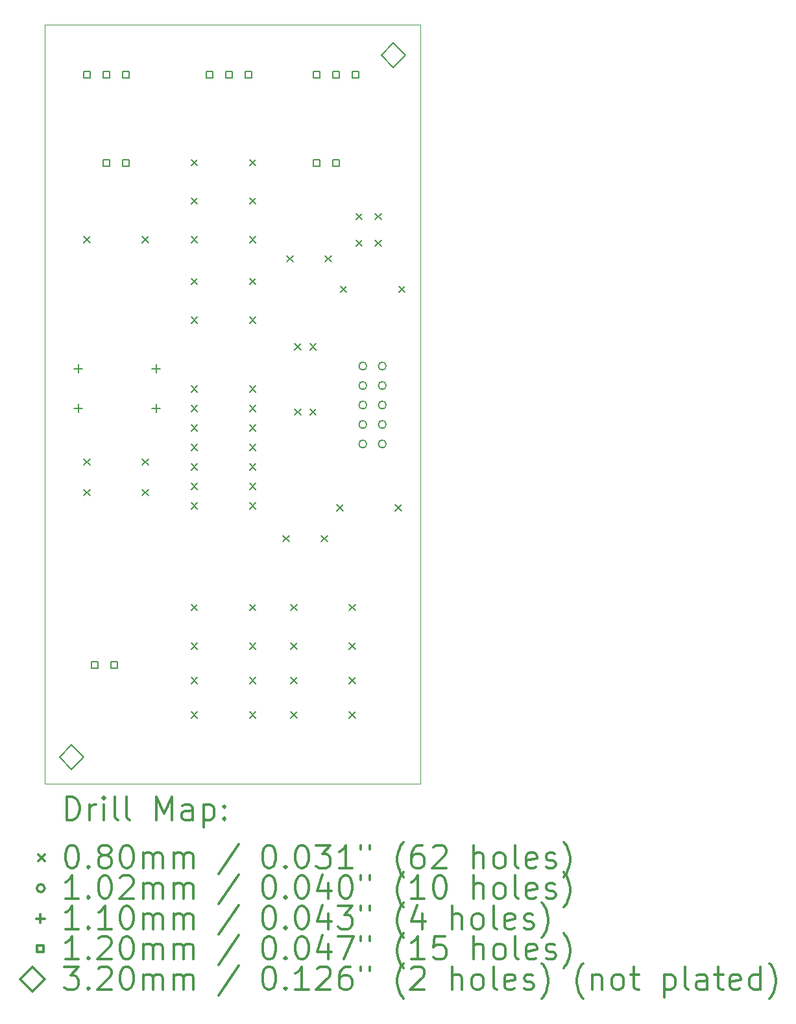
<source format=gbr>
%FSLAX45Y45*%
G04 Gerber Fmt 4.5, Leading zero omitted, Abs format (unit mm)*
G04 Created by KiCad (PCBNEW (5.1.8-0-10_14)) date 2021-07-20 21:06:21*
%MOMM*%
%LPD*%
G01*
G04 APERTURE LIST*
%TA.AperFunction,Profile*%
%ADD10C,0.050000*%
%TD*%
%ADD11C,0.200000*%
%ADD12C,0.300000*%
G04 APERTURE END LIST*
D10*
X10000000Y-14900000D02*
X10000000Y-5000000D01*
X14900000Y-14900000D02*
X10000000Y-14900000D01*
X14900000Y-5000000D02*
X14900000Y-14900000D01*
X10000000Y-5000000D02*
X14900000Y-5000000D01*
D11*
X11910000Y-7260000D02*
X11990000Y-7340000D01*
X11990000Y-7260000D02*
X11910000Y-7340000D01*
X12672000Y-7260000D02*
X12752000Y-7340000D01*
X12752000Y-7260000D02*
X12672000Y-7340000D01*
X11910000Y-9710000D02*
X11990000Y-9790000D01*
X11990000Y-9710000D02*
X11910000Y-9790000D01*
X11910000Y-9964000D02*
X11990000Y-10044000D01*
X11990000Y-9964000D02*
X11910000Y-10044000D01*
X11910000Y-10218000D02*
X11990000Y-10298000D01*
X11990000Y-10218000D02*
X11910000Y-10298000D01*
X11910000Y-10472000D02*
X11990000Y-10552000D01*
X11990000Y-10472000D02*
X11910000Y-10552000D01*
X11910000Y-10726000D02*
X11990000Y-10806000D01*
X11990000Y-10726000D02*
X11910000Y-10806000D01*
X11910000Y-10980000D02*
X11990000Y-11060000D01*
X11990000Y-10980000D02*
X11910000Y-11060000D01*
X11910000Y-11234000D02*
X11990000Y-11314000D01*
X11990000Y-11234000D02*
X11910000Y-11314000D01*
X12672000Y-9710000D02*
X12752000Y-9790000D01*
X12752000Y-9710000D02*
X12672000Y-9790000D01*
X12672000Y-9964000D02*
X12752000Y-10044000D01*
X12752000Y-9964000D02*
X12672000Y-10044000D01*
X12672000Y-10218000D02*
X12752000Y-10298000D01*
X12752000Y-10218000D02*
X12672000Y-10298000D01*
X12672000Y-10472000D02*
X12752000Y-10552000D01*
X12752000Y-10472000D02*
X12672000Y-10552000D01*
X12672000Y-10726000D02*
X12752000Y-10806000D01*
X12752000Y-10726000D02*
X12672000Y-10806000D01*
X12672000Y-10980000D02*
X12752000Y-11060000D01*
X12752000Y-10980000D02*
X12672000Y-11060000D01*
X12672000Y-11234000D02*
X12752000Y-11314000D01*
X12752000Y-11234000D02*
X12672000Y-11314000D01*
X10510000Y-10660000D02*
X10590000Y-10740000D01*
X10590000Y-10660000D02*
X10510000Y-10740000D01*
X11272000Y-10660000D02*
X11352000Y-10740000D01*
X11352000Y-10660000D02*
X11272000Y-10740000D01*
X10510000Y-7760000D02*
X10590000Y-7840000D01*
X10590000Y-7760000D02*
X10510000Y-7840000D01*
X11272000Y-7760000D02*
X11352000Y-7840000D01*
X11352000Y-7760000D02*
X11272000Y-7840000D01*
X13260000Y-9160000D02*
X13340000Y-9240000D01*
X13340000Y-9160000D02*
X13260000Y-9240000D01*
X13460000Y-9160000D02*
X13540000Y-9240000D01*
X13540000Y-9160000D02*
X13460000Y-9240000D01*
X11910000Y-13510000D02*
X11990000Y-13590000D01*
X11990000Y-13510000D02*
X11910000Y-13590000D01*
X12672000Y-13510000D02*
X12752000Y-13590000D01*
X12752000Y-13510000D02*
X12672000Y-13590000D01*
X11910000Y-13960000D02*
X11990000Y-14040000D01*
X11990000Y-13960000D02*
X11910000Y-14040000D01*
X12672000Y-13960000D02*
X12752000Y-14040000D01*
X12752000Y-13960000D02*
X12672000Y-14040000D01*
X13160000Y-8010000D02*
X13240000Y-8090000D01*
X13240000Y-8010000D02*
X13160000Y-8090000D01*
X13660000Y-8010000D02*
X13740000Y-8090000D01*
X13740000Y-8010000D02*
X13660000Y-8090000D01*
X11910000Y-6760000D02*
X11990000Y-6840000D01*
X11990000Y-6760000D02*
X11910000Y-6840000D01*
X12672000Y-6760000D02*
X12752000Y-6840000D01*
X12752000Y-6760000D02*
X12672000Y-6840000D01*
X13210000Y-13060000D02*
X13290000Y-13140000D01*
X13290000Y-13060000D02*
X13210000Y-13140000D01*
X13972000Y-13060000D02*
X14052000Y-13140000D01*
X14052000Y-13060000D02*
X13972000Y-13140000D01*
X13810000Y-11260000D02*
X13890000Y-11340000D01*
X13890000Y-11260000D02*
X13810000Y-11340000D01*
X14572000Y-11260000D02*
X14652000Y-11340000D01*
X14652000Y-11260000D02*
X14572000Y-11340000D01*
X10510000Y-11060000D02*
X10590000Y-11140000D01*
X10590000Y-11060000D02*
X10510000Y-11140000D01*
X11272000Y-11060000D02*
X11352000Y-11140000D01*
X11352000Y-11060000D02*
X11272000Y-11140000D01*
X13260000Y-10010000D02*
X13340000Y-10090000D01*
X13340000Y-10010000D02*
X13260000Y-10090000D01*
X13460000Y-10010000D02*
X13540000Y-10090000D01*
X13540000Y-10010000D02*
X13460000Y-10090000D01*
X11910000Y-8310000D02*
X11990000Y-8390000D01*
X11990000Y-8310000D02*
X11910000Y-8390000D01*
X12672000Y-8310000D02*
X12752000Y-8390000D01*
X12752000Y-8310000D02*
X12672000Y-8390000D01*
X13210000Y-13510000D02*
X13290000Y-13590000D01*
X13290000Y-13510000D02*
X13210000Y-13590000D01*
X13972000Y-13510000D02*
X14052000Y-13590000D01*
X14052000Y-13510000D02*
X13972000Y-13590000D01*
X11910000Y-7760000D02*
X11990000Y-7840000D01*
X11990000Y-7760000D02*
X11910000Y-7840000D01*
X12672000Y-7760000D02*
X12752000Y-7840000D01*
X12752000Y-7760000D02*
X12672000Y-7840000D01*
X11910000Y-13060000D02*
X11990000Y-13140000D01*
X11990000Y-13060000D02*
X11910000Y-13140000D01*
X12672000Y-13060000D02*
X12752000Y-13140000D01*
X12752000Y-13060000D02*
X12672000Y-13140000D01*
X11910000Y-8810000D02*
X11990000Y-8890000D01*
X11990000Y-8810000D02*
X11910000Y-8890000D01*
X12672000Y-8810000D02*
X12752000Y-8890000D01*
X12752000Y-8810000D02*
X12672000Y-8890000D01*
X13110000Y-11660000D02*
X13190000Y-11740000D01*
X13190000Y-11660000D02*
X13110000Y-11740000D01*
X13610000Y-11660000D02*
X13690000Y-11740000D01*
X13690000Y-11660000D02*
X13610000Y-11740000D01*
X13210000Y-13960000D02*
X13290000Y-14040000D01*
X13290000Y-13960000D02*
X13210000Y-14040000D01*
X13972000Y-13960000D02*
X14052000Y-14040000D01*
X14052000Y-13960000D02*
X13972000Y-14040000D01*
X14060000Y-7810000D02*
X14140000Y-7890000D01*
X14140000Y-7810000D02*
X14060000Y-7890000D01*
X14310000Y-7810000D02*
X14390000Y-7890000D01*
X14390000Y-7810000D02*
X14310000Y-7890000D01*
X14060000Y-7460000D02*
X14140000Y-7540000D01*
X14140000Y-7460000D02*
X14060000Y-7540000D01*
X14310000Y-7460000D02*
X14390000Y-7540000D01*
X14390000Y-7460000D02*
X14310000Y-7540000D01*
X11910000Y-12560000D02*
X11990000Y-12640000D01*
X11990000Y-12560000D02*
X11910000Y-12640000D01*
X12672000Y-12560000D02*
X12752000Y-12640000D01*
X12752000Y-12560000D02*
X12672000Y-12640000D01*
X13210000Y-12560000D02*
X13290000Y-12640000D01*
X13290000Y-12560000D02*
X13210000Y-12640000D01*
X13972000Y-12560000D02*
X14052000Y-12640000D01*
X14052000Y-12560000D02*
X13972000Y-12640000D01*
X13860000Y-8410000D02*
X13940000Y-8490000D01*
X13940000Y-8410000D02*
X13860000Y-8490000D01*
X14622000Y-8410000D02*
X14702000Y-8490000D01*
X14702000Y-8410000D02*
X14622000Y-8490000D01*
X14200800Y-9450000D02*
G75*
G03*
X14200800Y-9450000I-50800J0D01*
G01*
X14200800Y-9704000D02*
G75*
G03*
X14200800Y-9704000I-50800J0D01*
G01*
X14200800Y-9958000D02*
G75*
G03*
X14200800Y-9958000I-50800J0D01*
G01*
X14200800Y-10212000D02*
G75*
G03*
X14200800Y-10212000I-50800J0D01*
G01*
X14200800Y-10466000D02*
G75*
G03*
X14200800Y-10466000I-50800J0D01*
G01*
X14454800Y-9450000D02*
G75*
G03*
X14454800Y-9450000I-50800J0D01*
G01*
X14454800Y-9704000D02*
G75*
G03*
X14454800Y-9704000I-50800J0D01*
G01*
X14454800Y-9958000D02*
G75*
G03*
X14454800Y-9958000I-50800J0D01*
G01*
X14454800Y-10212000D02*
G75*
G03*
X14454800Y-10212000I-50800J0D01*
G01*
X14454800Y-10466000D02*
G75*
G03*
X14454800Y-10466000I-50800J0D01*
G01*
X10437500Y-9945000D02*
X10437500Y-10055000D01*
X10382500Y-10000000D02*
X10492500Y-10000000D01*
X11453500Y-9945000D02*
X11453500Y-10055000D01*
X11398500Y-10000000D02*
X11508500Y-10000000D01*
X10437500Y-9430500D02*
X10437500Y-9540500D01*
X10382500Y-9485500D02*
X10492500Y-9485500D01*
X11453500Y-9430500D02*
X11453500Y-9540500D01*
X11398500Y-9485500D02*
X11508500Y-9485500D01*
X10842427Y-6842427D02*
X10842427Y-6757573D01*
X10757573Y-6757573D01*
X10757573Y-6842427D01*
X10842427Y-6842427D01*
X11096427Y-6842427D02*
X11096427Y-6757573D01*
X11011573Y-6757573D01*
X11011573Y-6842427D01*
X11096427Y-6842427D01*
X12192427Y-5692427D02*
X12192427Y-5607573D01*
X12107573Y-5607573D01*
X12107573Y-5692427D01*
X12192427Y-5692427D01*
X12446427Y-5692427D02*
X12446427Y-5607573D01*
X12361573Y-5607573D01*
X12361573Y-5692427D01*
X12446427Y-5692427D01*
X12700427Y-5692427D02*
X12700427Y-5607573D01*
X12615573Y-5607573D01*
X12615573Y-5692427D01*
X12700427Y-5692427D01*
X13592427Y-6842427D02*
X13592427Y-6757573D01*
X13507573Y-6757573D01*
X13507573Y-6842427D01*
X13592427Y-6842427D01*
X13846427Y-6842427D02*
X13846427Y-6757573D01*
X13761573Y-6757573D01*
X13761573Y-6842427D01*
X13846427Y-6842427D01*
X10592427Y-5692427D02*
X10592427Y-5607573D01*
X10507573Y-5607573D01*
X10507573Y-5692427D01*
X10592427Y-5692427D01*
X10846427Y-5692427D02*
X10846427Y-5607573D01*
X10761573Y-5607573D01*
X10761573Y-5692427D01*
X10846427Y-5692427D01*
X11100427Y-5692427D02*
X11100427Y-5607573D01*
X11015573Y-5607573D01*
X11015573Y-5692427D01*
X11100427Y-5692427D01*
X13592427Y-5692427D02*
X13592427Y-5607573D01*
X13507573Y-5607573D01*
X13507573Y-5692427D01*
X13592427Y-5692427D01*
X13846427Y-5692427D02*
X13846427Y-5607573D01*
X13761573Y-5607573D01*
X13761573Y-5692427D01*
X13846427Y-5692427D01*
X14100427Y-5692427D02*
X14100427Y-5607573D01*
X14015573Y-5607573D01*
X14015573Y-5692427D01*
X14100427Y-5692427D01*
X10692427Y-13392427D02*
X10692427Y-13307573D01*
X10607573Y-13307573D01*
X10607573Y-13392427D01*
X10692427Y-13392427D01*
X10946427Y-13392427D02*
X10946427Y-13307573D01*
X10861573Y-13307573D01*
X10861573Y-13392427D01*
X10946427Y-13392427D01*
X14550000Y-5560000D02*
X14710000Y-5400000D01*
X14550000Y-5240000D01*
X14390000Y-5400000D01*
X14550000Y-5560000D01*
X10350000Y-14710000D02*
X10510000Y-14550000D01*
X10350000Y-14390000D01*
X10190000Y-14550000D01*
X10350000Y-14710000D01*
D12*
X10283928Y-15368214D02*
X10283928Y-15068214D01*
X10355357Y-15068214D01*
X10398214Y-15082500D01*
X10426786Y-15111071D01*
X10441071Y-15139643D01*
X10455357Y-15196786D01*
X10455357Y-15239643D01*
X10441071Y-15296786D01*
X10426786Y-15325357D01*
X10398214Y-15353929D01*
X10355357Y-15368214D01*
X10283928Y-15368214D01*
X10583928Y-15368214D02*
X10583928Y-15168214D01*
X10583928Y-15225357D02*
X10598214Y-15196786D01*
X10612500Y-15182500D01*
X10641071Y-15168214D01*
X10669643Y-15168214D01*
X10769643Y-15368214D02*
X10769643Y-15168214D01*
X10769643Y-15068214D02*
X10755357Y-15082500D01*
X10769643Y-15096786D01*
X10783928Y-15082500D01*
X10769643Y-15068214D01*
X10769643Y-15096786D01*
X10955357Y-15368214D02*
X10926786Y-15353929D01*
X10912500Y-15325357D01*
X10912500Y-15068214D01*
X11112500Y-15368214D02*
X11083928Y-15353929D01*
X11069643Y-15325357D01*
X11069643Y-15068214D01*
X11455357Y-15368214D02*
X11455357Y-15068214D01*
X11555357Y-15282500D01*
X11655357Y-15068214D01*
X11655357Y-15368214D01*
X11926786Y-15368214D02*
X11926786Y-15211071D01*
X11912500Y-15182500D01*
X11883928Y-15168214D01*
X11826786Y-15168214D01*
X11798214Y-15182500D01*
X11926786Y-15353929D02*
X11898214Y-15368214D01*
X11826786Y-15368214D01*
X11798214Y-15353929D01*
X11783928Y-15325357D01*
X11783928Y-15296786D01*
X11798214Y-15268214D01*
X11826786Y-15253929D01*
X11898214Y-15253929D01*
X11926786Y-15239643D01*
X12069643Y-15168214D02*
X12069643Y-15468214D01*
X12069643Y-15182500D02*
X12098214Y-15168214D01*
X12155357Y-15168214D01*
X12183928Y-15182500D01*
X12198214Y-15196786D01*
X12212500Y-15225357D01*
X12212500Y-15311071D01*
X12198214Y-15339643D01*
X12183928Y-15353929D01*
X12155357Y-15368214D01*
X12098214Y-15368214D01*
X12069643Y-15353929D01*
X12341071Y-15339643D02*
X12355357Y-15353929D01*
X12341071Y-15368214D01*
X12326786Y-15353929D01*
X12341071Y-15339643D01*
X12341071Y-15368214D01*
X12341071Y-15182500D02*
X12355357Y-15196786D01*
X12341071Y-15211071D01*
X12326786Y-15196786D01*
X12341071Y-15182500D01*
X12341071Y-15211071D01*
X9917500Y-15822500D02*
X9997500Y-15902500D01*
X9997500Y-15822500D02*
X9917500Y-15902500D01*
X10341071Y-15698214D02*
X10369643Y-15698214D01*
X10398214Y-15712500D01*
X10412500Y-15726786D01*
X10426786Y-15755357D01*
X10441071Y-15812500D01*
X10441071Y-15883929D01*
X10426786Y-15941071D01*
X10412500Y-15969643D01*
X10398214Y-15983929D01*
X10369643Y-15998214D01*
X10341071Y-15998214D01*
X10312500Y-15983929D01*
X10298214Y-15969643D01*
X10283928Y-15941071D01*
X10269643Y-15883929D01*
X10269643Y-15812500D01*
X10283928Y-15755357D01*
X10298214Y-15726786D01*
X10312500Y-15712500D01*
X10341071Y-15698214D01*
X10569643Y-15969643D02*
X10583928Y-15983929D01*
X10569643Y-15998214D01*
X10555357Y-15983929D01*
X10569643Y-15969643D01*
X10569643Y-15998214D01*
X10755357Y-15826786D02*
X10726786Y-15812500D01*
X10712500Y-15798214D01*
X10698214Y-15769643D01*
X10698214Y-15755357D01*
X10712500Y-15726786D01*
X10726786Y-15712500D01*
X10755357Y-15698214D01*
X10812500Y-15698214D01*
X10841071Y-15712500D01*
X10855357Y-15726786D01*
X10869643Y-15755357D01*
X10869643Y-15769643D01*
X10855357Y-15798214D01*
X10841071Y-15812500D01*
X10812500Y-15826786D01*
X10755357Y-15826786D01*
X10726786Y-15841071D01*
X10712500Y-15855357D01*
X10698214Y-15883929D01*
X10698214Y-15941071D01*
X10712500Y-15969643D01*
X10726786Y-15983929D01*
X10755357Y-15998214D01*
X10812500Y-15998214D01*
X10841071Y-15983929D01*
X10855357Y-15969643D01*
X10869643Y-15941071D01*
X10869643Y-15883929D01*
X10855357Y-15855357D01*
X10841071Y-15841071D01*
X10812500Y-15826786D01*
X11055357Y-15698214D02*
X11083928Y-15698214D01*
X11112500Y-15712500D01*
X11126786Y-15726786D01*
X11141071Y-15755357D01*
X11155357Y-15812500D01*
X11155357Y-15883929D01*
X11141071Y-15941071D01*
X11126786Y-15969643D01*
X11112500Y-15983929D01*
X11083928Y-15998214D01*
X11055357Y-15998214D01*
X11026786Y-15983929D01*
X11012500Y-15969643D01*
X10998214Y-15941071D01*
X10983928Y-15883929D01*
X10983928Y-15812500D01*
X10998214Y-15755357D01*
X11012500Y-15726786D01*
X11026786Y-15712500D01*
X11055357Y-15698214D01*
X11283928Y-15998214D02*
X11283928Y-15798214D01*
X11283928Y-15826786D02*
X11298214Y-15812500D01*
X11326786Y-15798214D01*
X11369643Y-15798214D01*
X11398214Y-15812500D01*
X11412500Y-15841071D01*
X11412500Y-15998214D01*
X11412500Y-15841071D02*
X11426786Y-15812500D01*
X11455357Y-15798214D01*
X11498214Y-15798214D01*
X11526786Y-15812500D01*
X11541071Y-15841071D01*
X11541071Y-15998214D01*
X11683928Y-15998214D02*
X11683928Y-15798214D01*
X11683928Y-15826786D02*
X11698214Y-15812500D01*
X11726786Y-15798214D01*
X11769643Y-15798214D01*
X11798214Y-15812500D01*
X11812500Y-15841071D01*
X11812500Y-15998214D01*
X11812500Y-15841071D02*
X11826786Y-15812500D01*
X11855357Y-15798214D01*
X11898214Y-15798214D01*
X11926786Y-15812500D01*
X11941071Y-15841071D01*
X11941071Y-15998214D01*
X12526786Y-15683929D02*
X12269643Y-16069643D01*
X12912500Y-15698214D02*
X12941071Y-15698214D01*
X12969643Y-15712500D01*
X12983928Y-15726786D01*
X12998214Y-15755357D01*
X13012500Y-15812500D01*
X13012500Y-15883929D01*
X12998214Y-15941071D01*
X12983928Y-15969643D01*
X12969643Y-15983929D01*
X12941071Y-15998214D01*
X12912500Y-15998214D01*
X12883928Y-15983929D01*
X12869643Y-15969643D01*
X12855357Y-15941071D01*
X12841071Y-15883929D01*
X12841071Y-15812500D01*
X12855357Y-15755357D01*
X12869643Y-15726786D01*
X12883928Y-15712500D01*
X12912500Y-15698214D01*
X13141071Y-15969643D02*
X13155357Y-15983929D01*
X13141071Y-15998214D01*
X13126786Y-15983929D01*
X13141071Y-15969643D01*
X13141071Y-15998214D01*
X13341071Y-15698214D02*
X13369643Y-15698214D01*
X13398214Y-15712500D01*
X13412500Y-15726786D01*
X13426786Y-15755357D01*
X13441071Y-15812500D01*
X13441071Y-15883929D01*
X13426786Y-15941071D01*
X13412500Y-15969643D01*
X13398214Y-15983929D01*
X13369643Y-15998214D01*
X13341071Y-15998214D01*
X13312500Y-15983929D01*
X13298214Y-15969643D01*
X13283928Y-15941071D01*
X13269643Y-15883929D01*
X13269643Y-15812500D01*
X13283928Y-15755357D01*
X13298214Y-15726786D01*
X13312500Y-15712500D01*
X13341071Y-15698214D01*
X13541071Y-15698214D02*
X13726786Y-15698214D01*
X13626786Y-15812500D01*
X13669643Y-15812500D01*
X13698214Y-15826786D01*
X13712500Y-15841071D01*
X13726786Y-15869643D01*
X13726786Y-15941071D01*
X13712500Y-15969643D01*
X13698214Y-15983929D01*
X13669643Y-15998214D01*
X13583928Y-15998214D01*
X13555357Y-15983929D01*
X13541071Y-15969643D01*
X14012500Y-15998214D02*
X13841071Y-15998214D01*
X13926786Y-15998214D02*
X13926786Y-15698214D01*
X13898214Y-15741071D01*
X13869643Y-15769643D01*
X13841071Y-15783929D01*
X14126786Y-15698214D02*
X14126786Y-15755357D01*
X14241071Y-15698214D02*
X14241071Y-15755357D01*
X14683928Y-16112500D02*
X14669643Y-16098214D01*
X14641071Y-16055357D01*
X14626786Y-16026786D01*
X14612500Y-15983929D01*
X14598214Y-15912500D01*
X14598214Y-15855357D01*
X14612500Y-15783929D01*
X14626786Y-15741071D01*
X14641071Y-15712500D01*
X14669643Y-15669643D01*
X14683928Y-15655357D01*
X14926786Y-15698214D02*
X14869643Y-15698214D01*
X14841071Y-15712500D01*
X14826786Y-15726786D01*
X14798214Y-15769643D01*
X14783928Y-15826786D01*
X14783928Y-15941071D01*
X14798214Y-15969643D01*
X14812500Y-15983929D01*
X14841071Y-15998214D01*
X14898214Y-15998214D01*
X14926786Y-15983929D01*
X14941071Y-15969643D01*
X14955357Y-15941071D01*
X14955357Y-15869643D01*
X14941071Y-15841071D01*
X14926786Y-15826786D01*
X14898214Y-15812500D01*
X14841071Y-15812500D01*
X14812500Y-15826786D01*
X14798214Y-15841071D01*
X14783928Y-15869643D01*
X15069643Y-15726786D02*
X15083928Y-15712500D01*
X15112500Y-15698214D01*
X15183928Y-15698214D01*
X15212500Y-15712500D01*
X15226786Y-15726786D01*
X15241071Y-15755357D01*
X15241071Y-15783929D01*
X15226786Y-15826786D01*
X15055357Y-15998214D01*
X15241071Y-15998214D01*
X15598214Y-15998214D02*
X15598214Y-15698214D01*
X15726786Y-15998214D02*
X15726786Y-15841071D01*
X15712500Y-15812500D01*
X15683928Y-15798214D01*
X15641071Y-15798214D01*
X15612500Y-15812500D01*
X15598214Y-15826786D01*
X15912500Y-15998214D02*
X15883928Y-15983929D01*
X15869643Y-15969643D01*
X15855357Y-15941071D01*
X15855357Y-15855357D01*
X15869643Y-15826786D01*
X15883928Y-15812500D01*
X15912500Y-15798214D01*
X15955357Y-15798214D01*
X15983928Y-15812500D01*
X15998214Y-15826786D01*
X16012500Y-15855357D01*
X16012500Y-15941071D01*
X15998214Y-15969643D01*
X15983928Y-15983929D01*
X15955357Y-15998214D01*
X15912500Y-15998214D01*
X16183928Y-15998214D02*
X16155357Y-15983929D01*
X16141071Y-15955357D01*
X16141071Y-15698214D01*
X16412500Y-15983929D02*
X16383928Y-15998214D01*
X16326786Y-15998214D01*
X16298214Y-15983929D01*
X16283928Y-15955357D01*
X16283928Y-15841071D01*
X16298214Y-15812500D01*
X16326786Y-15798214D01*
X16383928Y-15798214D01*
X16412500Y-15812500D01*
X16426786Y-15841071D01*
X16426786Y-15869643D01*
X16283928Y-15898214D01*
X16541071Y-15983929D02*
X16569643Y-15998214D01*
X16626786Y-15998214D01*
X16655357Y-15983929D01*
X16669643Y-15955357D01*
X16669643Y-15941071D01*
X16655357Y-15912500D01*
X16626786Y-15898214D01*
X16583928Y-15898214D01*
X16555357Y-15883929D01*
X16541071Y-15855357D01*
X16541071Y-15841071D01*
X16555357Y-15812500D01*
X16583928Y-15798214D01*
X16626786Y-15798214D01*
X16655357Y-15812500D01*
X16769643Y-16112500D02*
X16783928Y-16098214D01*
X16812500Y-16055357D01*
X16826786Y-16026786D01*
X16841071Y-15983929D01*
X16855357Y-15912500D01*
X16855357Y-15855357D01*
X16841071Y-15783929D01*
X16826786Y-15741071D01*
X16812500Y-15712500D01*
X16783928Y-15669643D01*
X16769643Y-15655357D01*
X9997500Y-16258500D02*
G75*
G03*
X9997500Y-16258500I-50800J0D01*
G01*
X10441071Y-16394214D02*
X10269643Y-16394214D01*
X10355357Y-16394214D02*
X10355357Y-16094214D01*
X10326786Y-16137071D01*
X10298214Y-16165643D01*
X10269643Y-16179929D01*
X10569643Y-16365643D02*
X10583928Y-16379929D01*
X10569643Y-16394214D01*
X10555357Y-16379929D01*
X10569643Y-16365643D01*
X10569643Y-16394214D01*
X10769643Y-16094214D02*
X10798214Y-16094214D01*
X10826786Y-16108500D01*
X10841071Y-16122786D01*
X10855357Y-16151357D01*
X10869643Y-16208500D01*
X10869643Y-16279929D01*
X10855357Y-16337071D01*
X10841071Y-16365643D01*
X10826786Y-16379929D01*
X10798214Y-16394214D01*
X10769643Y-16394214D01*
X10741071Y-16379929D01*
X10726786Y-16365643D01*
X10712500Y-16337071D01*
X10698214Y-16279929D01*
X10698214Y-16208500D01*
X10712500Y-16151357D01*
X10726786Y-16122786D01*
X10741071Y-16108500D01*
X10769643Y-16094214D01*
X10983928Y-16122786D02*
X10998214Y-16108500D01*
X11026786Y-16094214D01*
X11098214Y-16094214D01*
X11126786Y-16108500D01*
X11141071Y-16122786D01*
X11155357Y-16151357D01*
X11155357Y-16179929D01*
X11141071Y-16222786D01*
X10969643Y-16394214D01*
X11155357Y-16394214D01*
X11283928Y-16394214D02*
X11283928Y-16194214D01*
X11283928Y-16222786D02*
X11298214Y-16208500D01*
X11326786Y-16194214D01*
X11369643Y-16194214D01*
X11398214Y-16208500D01*
X11412500Y-16237071D01*
X11412500Y-16394214D01*
X11412500Y-16237071D02*
X11426786Y-16208500D01*
X11455357Y-16194214D01*
X11498214Y-16194214D01*
X11526786Y-16208500D01*
X11541071Y-16237071D01*
X11541071Y-16394214D01*
X11683928Y-16394214D02*
X11683928Y-16194214D01*
X11683928Y-16222786D02*
X11698214Y-16208500D01*
X11726786Y-16194214D01*
X11769643Y-16194214D01*
X11798214Y-16208500D01*
X11812500Y-16237071D01*
X11812500Y-16394214D01*
X11812500Y-16237071D02*
X11826786Y-16208500D01*
X11855357Y-16194214D01*
X11898214Y-16194214D01*
X11926786Y-16208500D01*
X11941071Y-16237071D01*
X11941071Y-16394214D01*
X12526786Y-16079929D02*
X12269643Y-16465643D01*
X12912500Y-16094214D02*
X12941071Y-16094214D01*
X12969643Y-16108500D01*
X12983928Y-16122786D01*
X12998214Y-16151357D01*
X13012500Y-16208500D01*
X13012500Y-16279929D01*
X12998214Y-16337071D01*
X12983928Y-16365643D01*
X12969643Y-16379929D01*
X12941071Y-16394214D01*
X12912500Y-16394214D01*
X12883928Y-16379929D01*
X12869643Y-16365643D01*
X12855357Y-16337071D01*
X12841071Y-16279929D01*
X12841071Y-16208500D01*
X12855357Y-16151357D01*
X12869643Y-16122786D01*
X12883928Y-16108500D01*
X12912500Y-16094214D01*
X13141071Y-16365643D02*
X13155357Y-16379929D01*
X13141071Y-16394214D01*
X13126786Y-16379929D01*
X13141071Y-16365643D01*
X13141071Y-16394214D01*
X13341071Y-16094214D02*
X13369643Y-16094214D01*
X13398214Y-16108500D01*
X13412500Y-16122786D01*
X13426786Y-16151357D01*
X13441071Y-16208500D01*
X13441071Y-16279929D01*
X13426786Y-16337071D01*
X13412500Y-16365643D01*
X13398214Y-16379929D01*
X13369643Y-16394214D01*
X13341071Y-16394214D01*
X13312500Y-16379929D01*
X13298214Y-16365643D01*
X13283928Y-16337071D01*
X13269643Y-16279929D01*
X13269643Y-16208500D01*
X13283928Y-16151357D01*
X13298214Y-16122786D01*
X13312500Y-16108500D01*
X13341071Y-16094214D01*
X13698214Y-16194214D02*
X13698214Y-16394214D01*
X13626786Y-16079929D02*
X13555357Y-16294214D01*
X13741071Y-16294214D01*
X13912500Y-16094214D02*
X13941071Y-16094214D01*
X13969643Y-16108500D01*
X13983928Y-16122786D01*
X13998214Y-16151357D01*
X14012500Y-16208500D01*
X14012500Y-16279929D01*
X13998214Y-16337071D01*
X13983928Y-16365643D01*
X13969643Y-16379929D01*
X13941071Y-16394214D01*
X13912500Y-16394214D01*
X13883928Y-16379929D01*
X13869643Y-16365643D01*
X13855357Y-16337071D01*
X13841071Y-16279929D01*
X13841071Y-16208500D01*
X13855357Y-16151357D01*
X13869643Y-16122786D01*
X13883928Y-16108500D01*
X13912500Y-16094214D01*
X14126786Y-16094214D02*
X14126786Y-16151357D01*
X14241071Y-16094214D02*
X14241071Y-16151357D01*
X14683928Y-16508500D02*
X14669643Y-16494214D01*
X14641071Y-16451357D01*
X14626786Y-16422786D01*
X14612500Y-16379929D01*
X14598214Y-16308500D01*
X14598214Y-16251357D01*
X14612500Y-16179929D01*
X14626786Y-16137071D01*
X14641071Y-16108500D01*
X14669643Y-16065643D01*
X14683928Y-16051357D01*
X14955357Y-16394214D02*
X14783928Y-16394214D01*
X14869643Y-16394214D02*
X14869643Y-16094214D01*
X14841071Y-16137071D01*
X14812500Y-16165643D01*
X14783928Y-16179929D01*
X15141071Y-16094214D02*
X15169643Y-16094214D01*
X15198214Y-16108500D01*
X15212500Y-16122786D01*
X15226786Y-16151357D01*
X15241071Y-16208500D01*
X15241071Y-16279929D01*
X15226786Y-16337071D01*
X15212500Y-16365643D01*
X15198214Y-16379929D01*
X15169643Y-16394214D01*
X15141071Y-16394214D01*
X15112500Y-16379929D01*
X15098214Y-16365643D01*
X15083928Y-16337071D01*
X15069643Y-16279929D01*
X15069643Y-16208500D01*
X15083928Y-16151357D01*
X15098214Y-16122786D01*
X15112500Y-16108500D01*
X15141071Y-16094214D01*
X15598214Y-16394214D02*
X15598214Y-16094214D01*
X15726786Y-16394214D02*
X15726786Y-16237071D01*
X15712500Y-16208500D01*
X15683928Y-16194214D01*
X15641071Y-16194214D01*
X15612500Y-16208500D01*
X15598214Y-16222786D01*
X15912500Y-16394214D02*
X15883928Y-16379929D01*
X15869643Y-16365643D01*
X15855357Y-16337071D01*
X15855357Y-16251357D01*
X15869643Y-16222786D01*
X15883928Y-16208500D01*
X15912500Y-16194214D01*
X15955357Y-16194214D01*
X15983928Y-16208500D01*
X15998214Y-16222786D01*
X16012500Y-16251357D01*
X16012500Y-16337071D01*
X15998214Y-16365643D01*
X15983928Y-16379929D01*
X15955357Y-16394214D01*
X15912500Y-16394214D01*
X16183928Y-16394214D02*
X16155357Y-16379929D01*
X16141071Y-16351357D01*
X16141071Y-16094214D01*
X16412500Y-16379929D02*
X16383928Y-16394214D01*
X16326786Y-16394214D01*
X16298214Y-16379929D01*
X16283928Y-16351357D01*
X16283928Y-16237071D01*
X16298214Y-16208500D01*
X16326786Y-16194214D01*
X16383928Y-16194214D01*
X16412500Y-16208500D01*
X16426786Y-16237071D01*
X16426786Y-16265643D01*
X16283928Y-16294214D01*
X16541071Y-16379929D02*
X16569643Y-16394214D01*
X16626786Y-16394214D01*
X16655357Y-16379929D01*
X16669643Y-16351357D01*
X16669643Y-16337071D01*
X16655357Y-16308500D01*
X16626786Y-16294214D01*
X16583928Y-16294214D01*
X16555357Y-16279929D01*
X16541071Y-16251357D01*
X16541071Y-16237071D01*
X16555357Y-16208500D01*
X16583928Y-16194214D01*
X16626786Y-16194214D01*
X16655357Y-16208500D01*
X16769643Y-16508500D02*
X16783928Y-16494214D01*
X16812500Y-16451357D01*
X16826786Y-16422786D01*
X16841071Y-16379929D01*
X16855357Y-16308500D01*
X16855357Y-16251357D01*
X16841071Y-16179929D01*
X16826786Y-16137071D01*
X16812500Y-16108500D01*
X16783928Y-16065643D01*
X16769643Y-16051357D01*
X9942500Y-16599500D02*
X9942500Y-16709500D01*
X9887500Y-16654500D02*
X9997500Y-16654500D01*
X10441071Y-16790214D02*
X10269643Y-16790214D01*
X10355357Y-16790214D02*
X10355357Y-16490214D01*
X10326786Y-16533071D01*
X10298214Y-16561643D01*
X10269643Y-16575929D01*
X10569643Y-16761643D02*
X10583928Y-16775929D01*
X10569643Y-16790214D01*
X10555357Y-16775929D01*
X10569643Y-16761643D01*
X10569643Y-16790214D01*
X10869643Y-16790214D02*
X10698214Y-16790214D01*
X10783928Y-16790214D02*
X10783928Y-16490214D01*
X10755357Y-16533071D01*
X10726786Y-16561643D01*
X10698214Y-16575929D01*
X11055357Y-16490214D02*
X11083928Y-16490214D01*
X11112500Y-16504500D01*
X11126786Y-16518786D01*
X11141071Y-16547357D01*
X11155357Y-16604500D01*
X11155357Y-16675929D01*
X11141071Y-16733071D01*
X11126786Y-16761643D01*
X11112500Y-16775929D01*
X11083928Y-16790214D01*
X11055357Y-16790214D01*
X11026786Y-16775929D01*
X11012500Y-16761643D01*
X10998214Y-16733071D01*
X10983928Y-16675929D01*
X10983928Y-16604500D01*
X10998214Y-16547357D01*
X11012500Y-16518786D01*
X11026786Y-16504500D01*
X11055357Y-16490214D01*
X11283928Y-16790214D02*
X11283928Y-16590214D01*
X11283928Y-16618786D02*
X11298214Y-16604500D01*
X11326786Y-16590214D01*
X11369643Y-16590214D01*
X11398214Y-16604500D01*
X11412500Y-16633071D01*
X11412500Y-16790214D01*
X11412500Y-16633071D02*
X11426786Y-16604500D01*
X11455357Y-16590214D01*
X11498214Y-16590214D01*
X11526786Y-16604500D01*
X11541071Y-16633071D01*
X11541071Y-16790214D01*
X11683928Y-16790214D02*
X11683928Y-16590214D01*
X11683928Y-16618786D02*
X11698214Y-16604500D01*
X11726786Y-16590214D01*
X11769643Y-16590214D01*
X11798214Y-16604500D01*
X11812500Y-16633071D01*
X11812500Y-16790214D01*
X11812500Y-16633071D02*
X11826786Y-16604500D01*
X11855357Y-16590214D01*
X11898214Y-16590214D01*
X11926786Y-16604500D01*
X11941071Y-16633071D01*
X11941071Y-16790214D01*
X12526786Y-16475929D02*
X12269643Y-16861643D01*
X12912500Y-16490214D02*
X12941071Y-16490214D01*
X12969643Y-16504500D01*
X12983928Y-16518786D01*
X12998214Y-16547357D01*
X13012500Y-16604500D01*
X13012500Y-16675929D01*
X12998214Y-16733071D01*
X12983928Y-16761643D01*
X12969643Y-16775929D01*
X12941071Y-16790214D01*
X12912500Y-16790214D01*
X12883928Y-16775929D01*
X12869643Y-16761643D01*
X12855357Y-16733071D01*
X12841071Y-16675929D01*
X12841071Y-16604500D01*
X12855357Y-16547357D01*
X12869643Y-16518786D01*
X12883928Y-16504500D01*
X12912500Y-16490214D01*
X13141071Y-16761643D02*
X13155357Y-16775929D01*
X13141071Y-16790214D01*
X13126786Y-16775929D01*
X13141071Y-16761643D01*
X13141071Y-16790214D01*
X13341071Y-16490214D02*
X13369643Y-16490214D01*
X13398214Y-16504500D01*
X13412500Y-16518786D01*
X13426786Y-16547357D01*
X13441071Y-16604500D01*
X13441071Y-16675929D01*
X13426786Y-16733071D01*
X13412500Y-16761643D01*
X13398214Y-16775929D01*
X13369643Y-16790214D01*
X13341071Y-16790214D01*
X13312500Y-16775929D01*
X13298214Y-16761643D01*
X13283928Y-16733071D01*
X13269643Y-16675929D01*
X13269643Y-16604500D01*
X13283928Y-16547357D01*
X13298214Y-16518786D01*
X13312500Y-16504500D01*
X13341071Y-16490214D01*
X13698214Y-16590214D02*
X13698214Y-16790214D01*
X13626786Y-16475929D02*
X13555357Y-16690214D01*
X13741071Y-16690214D01*
X13826786Y-16490214D02*
X14012500Y-16490214D01*
X13912500Y-16604500D01*
X13955357Y-16604500D01*
X13983928Y-16618786D01*
X13998214Y-16633071D01*
X14012500Y-16661643D01*
X14012500Y-16733071D01*
X13998214Y-16761643D01*
X13983928Y-16775929D01*
X13955357Y-16790214D01*
X13869643Y-16790214D01*
X13841071Y-16775929D01*
X13826786Y-16761643D01*
X14126786Y-16490214D02*
X14126786Y-16547357D01*
X14241071Y-16490214D02*
X14241071Y-16547357D01*
X14683928Y-16904500D02*
X14669643Y-16890214D01*
X14641071Y-16847357D01*
X14626786Y-16818786D01*
X14612500Y-16775929D01*
X14598214Y-16704500D01*
X14598214Y-16647357D01*
X14612500Y-16575929D01*
X14626786Y-16533071D01*
X14641071Y-16504500D01*
X14669643Y-16461643D01*
X14683928Y-16447357D01*
X14926786Y-16590214D02*
X14926786Y-16790214D01*
X14855357Y-16475929D02*
X14783928Y-16690214D01*
X14969643Y-16690214D01*
X15312500Y-16790214D02*
X15312500Y-16490214D01*
X15441071Y-16790214D02*
X15441071Y-16633071D01*
X15426786Y-16604500D01*
X15398214Y-16590214D01*
X15355357Y-16590214D01*
X15326786Y-16604500D01*
X15312500Y-16618786D01*
X15626786Y-16790214D02*
X15598214Y-16775929D01*
X15583928Y-16761643D01*
X15569643Y-16733071D01*
X15569643Y-16647357D01*
X15583928Y-16618786D01*
X15598214Y-16604500D01*
X15626786Y-16590214D01*
X15669643Y-16590214D01*
X15698214Y-16604500D01*
X15712500Y-16618786D01*
X15726786Y-16647357D01*
X15726786Y-16733071D01*
X15712500Y-16761643D01*
X15698214Y-16775929D01*
X15669643Y-16790214D01*
X15626786Y-16790214D01*
X15898214Y-16790214D02*
X15869643Y-16775929D01*
X15855357Y-16747357D01*
X15855357Y-16490214D01*
X16126786Y-16775929D02*
X16098214Y-16790214D01*
X16041071Y-16790214D01*
X16012500Y-16775929D01*
X15998214Y-16747357D01*
X15998214Y-16633071D01*
X16012500Y-16604500D01*
X16041071Y-16590214D01*
X16098214Y-16590214D01*
X16126786Y-16604500D01*
X16141071Y-16633071D01*
X16141071Y-16661643D01*
X15998214Y-16690214D01*
X16255357Y-16775929D02*
X16283928Y-16790214D01*
X16341071Y-16790214D01*
X16369643Y-16775929D01*
X16383928Y-16747357D01*
X16383928Y-16733071D01*
X16369643Y-16704500D01*
X16341071Y-16690214D01*
X16298214Y-16690214D01*
X16269643Y-16675929D01*
X16255357Y-16647357D01*
X16255357Y-16633071D01*
X16269643Y-16604500D01*
X16298214Y-16590214D01*
X16341071Y-16590214D01*
X16369643Y-16604500D01*
X16483928Y-16904500D02*
X16498214Y-16890214D01*
X16526786Y-16847357D01*
X16541071Y-16818786D01*
X16555357Y-16775929D01*
X16569643Y-16704500D01*
X16569643Y-16647357D01*
X16555357Y-16575929D01*
X16541071Y-16533071D01*
X16526786Y-16504500D01*
X16498214Y-16461643D01*
X16483928Y-16447357D01*
X9979927Y-17092927D02*
X9979927Y-17008073D01*
X9895073Y-17008073D01*
X9895073Y-17092927D01*
X9979927Y-17092927D01*
X10441071Y-17186214D02*
X10269643Y-17186214D01*
X10355357Y-17186214D02*
X10355357Y-16886214D01*
X10326786Y-16929072D01*
X10298214Y-16957643D01*
X10269643Y-16971929D01*
X10569643Y-17157643D02*
X10583928Y-17171929D01*
X10569643Y-17186214D01*
X10555357Y-17171929D01*
X10569643Y-17157643D01*
X10569643Y-17186214D01*
X10698214Y-16914786D02*
X10712500Y-16900500D01*
X10741071Y-16886214D01*
X10812500Y-16886214D01*
X10841071Y-16900500D01*
X10855357Y-16914786D01*
X10869643Y-16943357D01*
X10869643Y-16971929D01*
X10855357Y-17014786D01*
X10683928Y-17186214D01*
X10869643Y-17186214D01*
X11055357Y-16886214D02*
X11083928Y-16886214D01*
X11112500Y-16900500D01*
X11126786Y-16914786D01*
X11141071Y-16943357D01*
X11155357Y-17000500D01*
X11155357Y-17071929D01*
X11141071Y-17129072D01*
X11126786Y-17157643D01*
X11112500Y-17171929D01*
X11083928Y-17186214D01*
X11055357Y-17186214D01*
X11026786Y-17171929D01*
X11012500Y-17157643D01*
X10998214Y-17129072D01*
X10983928Y-17071929D01*
X10983928Y-17000500D01*
X10998214Y-16943357D01*
X11012500Y-16914786D01*
X11026786Y-16900500D01*
X11055357Y-16886214D01*
X11283928Y-17186214D02*
X11283928Y-16986214D01*
X11283928Y-17014786D02*
X11298214Y-17000500D01*
X11326786Y-16986214D01*
X11369643Y-16986214D01*
X11398214Y-17000500D01*
X11412500Y-17029072D01*
X11412500Y-17186214D01*
X11412500Y-17029072D02*
X11426786Y-17000500D01*
X11455357Y-16986214D01*
X11498214Y-16986214D01*
X11526786Y-17000500D01*
X11541071Y-17029072D01*
X11541071Y-17186214D01*
X11683928Y-17186214D02*
X11683928Y-16986214D01*
X11683928Y-17014786D02*
X11698214Y-17000500D01*
X11726786Y-16986214D01*
X11769643Y-16986214D01*
X11798214Y-17000500D01*
X11812500Y-17029072D01*
X11812500Y-17186214D01*
X11812500Y-17029072D02*
X11826786Y-17000500D01*
X11855357Y-16986214D01*
X11898214Y-16986214D01*
X11926786Y-17000500D01*
X11941071Y-17029072D01*
X11941071Y-17186214D01*
X12526786Y-16871929D02*
X12269643Y-17257643D01*
X12912500Y-16886214D02*
X12941071Y-16886214D01*
X12969643Y-16900500D01*
X12983928Y-16914786D01*
X12998214Y-16943357D01*
X13012500Y-17000500D01*
X13012500Y-17071929D01*
X12998214Y-17129072D01*
X12983928Y-17157643D01*
X12969643Y-17171929D01*
X12941071Y-17186214D01*
X12912500Y-17186214D01*
X12883928Y-17171929D01*
X12869643Y-17157643D01*
X12855357Y-17129072D01*
X12841071Y-17071929D01*
X12841071Y-17000500D01*
X12855357Y-16943357D01*
X12869643Y-16914786D01*
X12883928Y-16900500D01*
X12912500Y-16886214D01*
X13141071Y-17157643D02*
X13155357Y-17171929D01*
X13141071Y-17186214D01*
X13126786Y-17171929D01*
X13141071Y-17157643D01*
X13141071Y-17186214D01*
X13341071Y-16886214D02*
X13369643Y-16886214D01*
X13398214Y-16900500D01*
X13412500Y-16914786D01*
X13426786Y-16943357D01*
X13441071Y-17000500D01*
X13441071Y-17071929D01*
X13426786Y-17129072D01*
X13412500Y-17157643D01*
X13398214Y-17171929D01*
X13369643Y-17186214D01*
X13341071Y-17186214D01*
X13312500Y-17171929D01*
X13298214Y-17157643D01*
X13283928Y-17129072D01*
X13269643Y-17071929D01*
X13269643Y-17000500D01*
X13283928Y-16943357D01*
X13298214Y-16914786D01*
X13312500Y-16900500D01*
X13341071Y-16886214D01*
X13698214Y-16986214D02*
X13698214Y-17186214D01*
X13626786Y-16871929D02*
X13555357Y-17086214D01*
X13741071Y-17086214D01*
X13826786Y-16886214D02*
X14026786Y-16886214D01*
X13898214Y-17186214D01*
X14126786Y-16886214D02*
X14126786Y-16943357D01*
X14241071Y-16886214D02*
X14241071Y-16943357D01*
X14683928Y-17300500D02*
X14669643Y-17286214D01*
X14641071Y-17243357D01*
X14626786Y-17214786D01*
X14612500Y-17171929D01*
X14598214Y-17100500D01*
X14598214Y-17043357D01*
X14612500Y-16971929D01*
X14626786Y-16929072D01*
X14641071Y-16900500D01*
X14669643Y-16857643D01*
X14683928Y-16843357D01*
X14955357Y-17186214D02*
X14783928Y-17186214D01*
X14869643Y-17186214D02*
X14869643Y-16886214D01*
X14841071Y-16929072D01*
X14812500Y-16957643D01*
X14783928Y-16971929D01*
X15226786Y-16886214D02*
X15083928Y-16886214D01*
X15069643Y-17029072D01*
X15083928Y-17014786D01*
X15112500Y-17000500D01*
X15183928Y-17000500D01*
X15212500Y-17014786D01*
X15226786Y-17029072D01*
X15241071Y-17057643D01*
X15241071Y-17129072D01*
X15226786Y-17157643D01*
X15212500Y-17171929D01*
X15183928Y-17186214D01*
X15112500Y-17186214D01*
X15083928Y-17171929D01*
X15069643Y-17157643D01*
X15598214Y-17186214D02*
X15598214Y-16886214D01*
X15726786Y-17186214D02*
X15726786Y-17029072D01*
X15712500Y-17000500D01*
X15683928Y-16986214D01*
X15641071Y-16986214D01*
X15612500Y-17000500D01*
X15598214Y-17014786D01*
X15912500Y-17186214D02*
X15883928Y-17171929D01*
X15869643Y-17157643D01*
X15855357Y-17129072D01*
X15855357Y-17043357D01*
X15869643Y-17014786D01*
X15883928Y-17000500D01*
X15912500Y-16986214D01*
X15955357Y-16986214D01*
X15983928Y-17000500D01*
X15998214Y-17014786D01*
X16012500Y-17043357D01*
X16012500Y-17129072D01*
X15998214Y-17157643D01*
X15983928Y-17171929D01*
X15955357Y-17186214D01*
X15912500Y-17186214D01*
X16183928Y-17186214D02*
X16155357Y-17171929D01*
X16141071Y-17143357D01*
X16141071Y-16886214D01*
X16412500Y-17171929D02*
X16383928Y-17186214D01*
X16326786Y-17186214D01*
X16298214Y-17171929D01*
X16283928Y-17143357D01*
X16283928Y-17029072D01*
X16298214Y-17000500D01*
X16326786Y-16986214D01*
X16383928Y-16986214D01*
X16412500Y-17000500D01*
X16426786Y-17029072D01*
X16426786Y-17057643D01*
X16283928Y-17086214D01*
X16541071Y-17171929D02*
X16569643Y-17186214D01*
X16626786Y-17186214D01*
X16655357Y-17171929D01*
X16669643Y-17143357D01*
X16669643Y-17129072D01*
X16655357Y-17100500D01*
X16626786Y-17086214D01*
X16583928Y-17086214D01*
X16555357Y-17071929D01*
X16541071Y-17043357D01*
X16541071Y-17029072D01*
X16555357Y-17000500D01*
X16583928Y-16986214D01*
X16626786Y-16986214D01*
X16655357Y-17000500D01*
X16769643Y-17300500D02*
X16783928Y-17286214D01*
X16812500Y-17243357D01*
X16826786Y-17214786D01*
X16841071Y-17171929D01*
X16855357Y-17100500D01*
X16855357Y-17043357D01*
X16841071Y-16971929D01*
X16826786Y-16929072D01*
X16812500Y-16900500D01*
X16783928Y-16857643D01*
X16769643Y-16843357D01*
X9837500Y-17606500D02*
X9997500Y-17446500D01*
X9837500Y-17286500D01*
X9677500Y-17446500D01*
X9837500Y-17606500D01*
X10255357Y-17282214D02*
X10441071Y-17282214D01*
X10341071Y-17396500D01*
X10383928Y-17396500D01*
X10412500Y-17410786D01*
X10426786Y-17425072D01*
X10441071Y-17453643D01*
X10441071Y-17525072D01*
X10426786Y-17553643D01*
X10412500Y-17567929D01*
X10383928Y-17582214D01*
X10298214Y-17582214D01*
X10269643Y-17567929D01*
X10255357Y-17553643D01*
X10569643Y-17553643D02*
X10583928Y-17567929D01*
X10569643Y-17582214D01*
X10555357Y-17567929D01*
X10569643Y-17553643D01*
X10569643Y-17582214D01*
X10698214Y-17310786D02*
X10712500Y-17296500D01*
X10741071Y-17282214D01*
X10812500Y-17282214D01*
X10841071Y-17296500D01*
X10855357Y-17310786D01*
X10869643Y-17339357D01*
X10869643Y-17367929D01*
X10855357Y-17410786D01*
X10683928Y-17582214D01*
X10869643Y-17582214D01*
X11055357Y-17282214D02*
X11083928Y-17282214D01*
X11112500Y-17296500D01*
X11126786Y-17310786D01*
X11141071Y-17339357D01*
X11155357Y-17396500D01*
X11155357Y-17467929D01*
X11141071Y-17525072D01*
X11126786Y-17553643D01*
X11112500Y-17567929D01*
X11083928Y-17582214D01*
X11055357Y-17582214D01*
X11026786Y-17567929D01*
X11012500Y-17553643D01*
X10998214Y-17525072D01*
X10983928Y-17467929D01*
X10983928Y-17396500D01*
X10998214Y-17339357D01*
X11012500Y-17310786D01*
X11026786Y-17296500D01*
X11055357Y-17282214D01*
X11283928Y-17582214D02*
X11283928Y-17382214D01*
X11283928Y-17410786D02*
X11298214Y-17396500D01*
X11326786Y-17382214D01*
X11369643Y-17382214D01*
X11398214Y-17396500D01*
X11412500Y-17425072D01*
X11412500Y-17582214D01*
X11412500Y-17425072D02*
X11426786Y-17396500D01*
X11455357Y-17382214D01*
X11498214Y-17382214D01*
X11526786Y-17396500D01*
X11541071Y-17425072D01*
X11541071Y-17582214D01*
X11683928Y-17582214D02*
X11683928Y-17382214D01*
X11683928Y-17410786D02*
X11698214Y-17396500D01*
X11726786Y-17382214D01*
X11769643Y-17382214D01*
X11798214Y-17396500D01*
X11812500Y-17425072D01*
X11812500Y-17582214D01*
X11812500Y-17425072D02*
X11826786Y-17396500D01*
X11855357Y-17382214D01*
X11898214Y-17382214D01*
X11926786Y-17396500D01*
X11941071Y-17425072D01*
X11941071Y-17582214D01*
X12526786Y-17267929D02*
X12269643Y-17653643D01*
X12912500Y-17282214D02*
X12941071Y-17282214D01*
X12969643Y-17296500D01*
X12983928Y-17310786D01*
X12998214Y-17339357D01*
X13012500Y-17396500D01*
X13012500Y-17467929D01*
X12998214Y-17525072D01*
X12983928Y-17553643D01*
X12969643Y-17567929D01*
X12941071Y-17582214D01*
X12912500Y-17582214D01*
X12883928Y-17567929D01*
X12869643Y-17553643D01*
X12855357Y-17525072D01*
X12841071Y-17467929D01*
X12841071Y-17396500D01*
X12855357Y-17339357D01*
X12869643Y-17310786D01*
X12883928Y-17296500D01*
X12912500Y-17282214D01*
X13141071Y-17553643D02*
X13155357Y-17567929D01*
X13141071Y-17582214D01*
X13126786Y-17567929D01*
X13141071Y-17553643D01*
X13141071Y-17582214D01*
X13441071Y-17582214D02*
X13269643Y-17582214D01*
X13355357Y-17582214D02*
X13355357Y-17282214D01*
X13326786Y-17325072D01*
X13298214Y-17353643D01*
X13269643Y-17367929D01*
X13555357Y-17310786D02*
X13569643Y-17296500D01*
X13598214Y-17282214D01*
X13669643Y-17282214D01*
X13698214Y-17296500D01*
X13712500Y-17310786D01*
X13726786Y-17339357D01*
X13726786Y-17367929D01*
X13712500Y-17410786D01*
X13541071Y-17582214D01*
X13726786Y-17582214D01*
X13983928Y-17282214D02*
X13926786Y-17282214D01*
X13898214Y-17296500D01*
X13883928Y-17310786D01*
X13855357Y-17353643D01*
X13841071Y-17410786D01*
X13841071Y-17525072D01*
X13855357Y-17553643D01*
X13869643Y-17567929D01*
X13898214Y-17582214D01*
X13955357Y-17582214D01*
X13983928Y-17567929D01*
X13998214Y-17553643D01*
X14012500Y-17525072D01*
X14012500Y-17453643D01*
X13998214Y-17425072D01*
X13983928Y-17410786D01*
X13955357Y-17396500D01*
X13898214Y-17396500D01*
X13869643Y-17410786D01*
X13855357Y-17425072D01*
X13841071Y-17453643D01*
X14126786Y-17282214D02*
X14126786Y-17339357D01*
X14241071Y-17282214D02*
X14241071Y-17339357D01*
X14683928Y-17696500D02*
X14669643Y-17682214D01*
X14641071Y-17639357D01*
X14626786Y-17610786D01*
X14612500Y-17567929D01*
X14598214Y-17496500D01*
X14598214Y-17439357D01*
X14612500Y-17367929D01*
X14626786Y-17325072D01*
X14641071Y-17296500D01*
X14669643Y-17253643D01*
X14683928Y-17239357D01*
X14783928Y-17310786D02*
X14798214Y-17296500D01*
X14826786Y-17282214D01*
X14898214Y-17282214D01*
X14926786Y-17296500D01*
X14941071Y-17310786D01*
X14955357Y-17339357D01*
X14955357Y-17367929D01*
X14941071Y-17410786D01*
X14769643Y-17582214D01*
X14955357Y-17582214D01*
X15312500Y-17582214D02*
X15312500Y-17282214D01*
X15441071Y-17582214D02*
X15441071Y-17425072D01*
X15426786Y-17396500D01*
X15398214Y-17382214D01*
X15355357Y-17382214D01*
X15326786Y-17396500D01*
X15312500Y-17410786D01*
X15626786Y-17582214D02*
X15598214Y-17567929D01*
X15583928Y-17553643D01*
X15569643Y-17525072D01*
X15569643Y-17439357D01*
X15583928Y-17410786D01*
X15598214Y-17396500D01*
X15626786Y-17382214D01*
X15669643Y-17382214D01*
X15698214Y-17396500D01*
X15712500Y-17410786D01*
X15726786Y-17439357D01*
X15726786Y-17525072D01*
X15712500Y-17553643D01*
X15698214Y-17567929D01*
X15669643Y-17582214D01*
X15626786Y-17582214D01*
X15898214Y-17582214D02*
X15869643Y-17567929D01*
X15855357Y-17539357D01*
X15855357Y-17282214D01*
X16126786Y-17567929D02*
X16098214Y-17582214D01*
X16041071Y-17582214D01*
X16012500Y-17567929D01*
X15998214Y-17539357D01*
X15998214Y-17425072D01*
X16012500Y-17396500D01*
X16041071Y-17382214D01*
X16098214Y-17382214D01*
X16126786Y-17396500D01*
X16141071Y-17425072D01*
X16141071Y-17453643D01*
X15998214Y-17482214D01*
X16255357Y-17567929D02*
X16283928Y-17582214D01*
X16341071Y-17582214D01*
X16369643Y-17567929D01*
X16383928Y-17539357D01*
X16383928Y-17525072D01*
X16369643Y-17496500D01*
X16341071Y-17482214D01*
X16298214Y-17482214D01*
X16269643Y-17467929D01*
X16255357Y-17439357D01*
X16255357Y-17425072D01*
X16269643Y-17396500D01*
X16298214Y-17382214D01*
X16341071Y-17382214D01*
X16369643Y-17396500D01*
X16483928Y-17696500D02*
X16498214Y-17682214D01*
X16526786Y-17639357D01*
X16541071Y-17610786D01*
X16555357Y-17567929D01*
X16569643Y-17496500D01*
X16569643Y-17439357D01*
X16555357Y-17367929D01*
X16541071Y-17325072D01*
X16526786Y-17296500D01*
X16498214Y-17253643D01*
X16483928Y-17239357D01*
X17026786Y-17696500D02*
X17012500Y-17682214D01*
X16983928Y-17639357D01*
X16969643Y-17610786D01*
X16955357Y-17567929D01*
X16941071Y-17496500D01*
X16941071Y-17439357D01*
X16955357Y-17367929D01*
X16969643Y-17325072D01*
X16983928Y-17296500D01*
X17012500Y-17253643D01*
X17026786Y-17239357D01*
X17141071Y-17382214D02*
X17141071Y-17582214D01*
X17141071Y-17410786D02*
X17155357Y-17396500D01*
X17183928Y-17382214D01*
X17226786Y-17382214D01*
X17255357Y-17396500D01*
X17269643Y-17425072D01*
X17269643Y-17582214D01*
X17455357Y-17582214D02*
X17426786Y-17567929D01*
X17412500Y-17553643D01*
X17398214Y-17525072D01*
X17398214Y-17439357D01*
X17412500Y-17410786D01*
X17426786Y-17396500D01*
X17455357Y-17382214D01*
X17498214Y-17382214D01*
X17526786Y-17396500D01*
X17541071Y-17410786D01*
X17555357Y-17439357D01*
X17555357Y-17525072D01*
X17541071Y-17553643D01*
X17526786Y-17567929D01*
X17498214Y-17582214D01*
X17455357Y-17582214D01*
X17641071Y-17382214D02*
X17755357Y-17382214D01*
X17683928Y-17282214D02*
X17683928Y-17539357D01*
X17698214Y-17567929D01*
X17726786Y-17582214D01*
X17755357Y-17582214D01*
X18083928Y-17382214D02*
X18083928Y-17682214D01*
X18083928Y-17396500D02*
X18112500Y-17382214D01*
X18169643Y-17382214D01*
X18198214Y-17396500D01*
X18212500Y-17410786D01*
X18226786Y-17439357D01*
X18226786Y-17525072D01*
X18212500Y-17553643D01*
X18198214Y-17567929D01*
X18169643Y-17582214D01*
X18112500Y-17582214D01*
X18083928Y-17567929D01*
X18398214Y-17582214D02*
X18369643Y-17567929D01*
X18355357Y-17539357D01*
X18355357Y-17282214D01*
X18641071Y-17582214D02*
X18641071Y-17425072D01*
X18626786Y-17396500D01*
X18598214Y-17382214D01*
X18541071Y-17382214D01*
X18512500Y-17396500D01*
X18641071Y-17567929D02*
X18612500Y-17582214D01*
X18541071Y-17582214D01*
X18512500Y-17567929D01*
X18498214Y-17539357D01*
X18498214Y-17510786D01*
X18512500Y-17482214D01*
X18541071Y-17467929D01*
X18612500Y-17467929D01*
X18641071Y-17453643D01*
X18741071Y-17382214D02*
X18855357Y-17382214D01*
X18783928Y-17282214D02*
X18783928Y-17539357D01*
X18798214Y-17567929D01*
X18826786Y-17582214D01*
X18855357Y-17582214D01*
X19069643Y-17567929D02*
X19041071Y-17582214D01*
X18983928Y-17582214D01*
X18955357Y-17567929D01*
X18941071Y-17539357D01*
X18941071Y-17425072D01*
X18955357Y-17396500D01*
X18983928Y-17382214D01*
X19041071Y-17382214D01*
X19069643Y-17396500D01*
X19083928Y-17425072D01*
X19083928Y-17453643D01*
X18941071Y-17482214D01*
X19341071Y-17582214D02*
X19341071Y-17282214D01*
X19341071Y-17567929D02*
X19312500Y-17582214D01*
X19255357Y-17582214D01*
X19226786Y-17567929D01*
X19212500Y-17553643D01*
X19198214Y-17525072D01*
X19198214Y-17439357D01*
X19212500Y-17410786D01*
X19226786Y-17396500D01*
X19255357Y-17382214D01*
X19312500Y-17382214D01*
X19341071Y-17396500D01*
X19455357Y-17696500D02*
X19469643Y-17682214D01*
X19498214Y-17639357D01*
X19512500Y-17610786D01*
X19526786Y-17567929D01*
X19541071Y-17496500D01*
X19541071Y-17439357D01*
X19526786Y-17367929D01*
X19512500Y-17325072D01*
X19498214Y-17296500D01*
X19469643Y-17253643D01*
X19455357Y-17239357D01*
M02*

</source>
